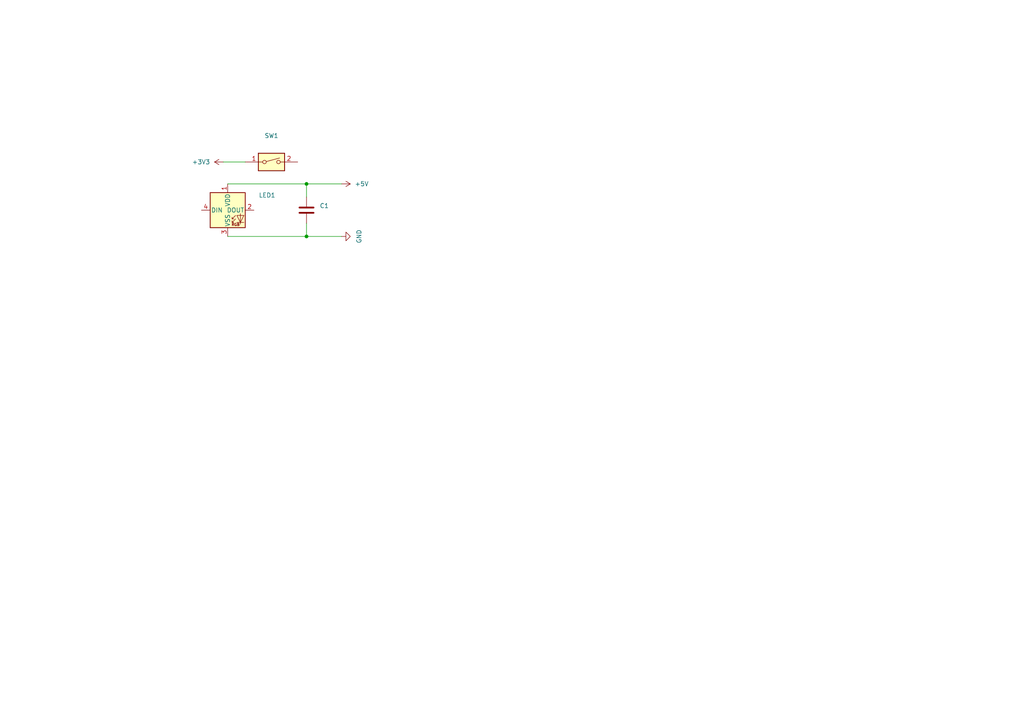
<source format=kicad_sch>
(kicad_sch (version 20211123) (generator eeschema)
  (paper "A4")
  (lib_symbols
    (symbol "Device:C" (pin_numbers hide) (pin_names (offset 0.254))
      (property "Reference" "C" (at 0.635 2.54 0))
      (property "Value" "C" (at 0.635 -2.54 0))
      (symbol "C_0_1"
        (polyline (pts (xy -2.032 -0.762) (xy 2.032 -0.762)) (stroke (width 0.508)))
        (polyline (pts (xy -2.032 0.762) (xy 2.032 0.762)) (stroke (width 0.508)))
      )
      (symbol "C_1_1"
        (pin passive line (at 0 3.81 270) (length 2.794) (name "~") (number "1"))
        (pin passive line (at 0 -3.81 90) (length 2.794) (name "~") (number "2"))
      )
    )
    (symbol "LED:WS2812B" (pin_names (offset 0.254))
      (property "Reference" "D" (at 5.08 5.715 0))
      (property "Value" "WS2812B" (at 1.27 -5.715 0))
      (symbol "WS2812B_0_0"
        (text "RGB" (at 2.286 -4.191 0) (effects (font (size 0.762 0.762))))
      )
      (symbol "WS2812B_0_1"
        (polyline (pts (xy 1.27 -3.556) (xy 1.778 -3.556)))
        (polyline (pts (xy 1.27 -2.54) (xy 1.778 -2.54)))
        (polyline (pts (xy 4.699 -3.556) (xy 2.667 -3.556)))
        (polyline (pts (xy 2.286 -2.54) (xy 1.27 -3.556) (xy 1.27 -3.048)))
        (polyline (pts (xy 2.286 -1.524) (xy 1.27 -2.54) (xy 1.27 -2.032)))
        (polyline (pts (xy 3.683 -1.016) (xy 3.683 -3.556) (xy 3.683 -4.064)))
        (polyline (pts (xy 4.699 -1.524) (xy 2.667 -1.524) (xy 3.683 -3.556) (xy 4.699 -1.524)))
        (rectangle (start 5.08 5.08) (end -5.08 -5.08) (stroke (width 0.254)) (fill (type background)))
      )
      (symbol "WS2812B_1_1"
        (pin power_in line (at 0 7.62 270) (length 2.54) (name "VDD") (number "1"))
        (pin output line (at 7.62 0 180) (length 2.54) (name "DOUT") (number "2"))
        (pin power_in line (at 0 -7.62 90) (length 2.54) (name "VSS") (number "3"))
        (pin input line (at -7.62 0 0) (length 2.54) (name "DIN") (number "4"))
      )
    )
    (symbol "Switch:SW_DIP_x01" (pin_names (offset 0) hide)
      (property "Reference" "SW" (at 0 3.81 0))
      (property "Value" "SW_DIP_x01" (at 0 -3.81 0))
      (symbol "SW_DIP_x01_0_0"
        (circle (center -2.032 0) (radius 0.508))
        (polyline (pts (xy -1.524 0.127) (xy 2.3622 1.1684)))
        (circle (center 2.032 0) (radius 0.508))
      )
      (symbol "SW_DIP_x01_0_1"
        (rectangle (start -3.81 2.54) (end 3.81 -2.54) (stroke (width 0.254)) (fill (type background)))
      )
      (symbol "SW_DIP_x01_1_1"
        (pin passive line (at -7.62 0 0) (length 5.08) (name "~") (number "1"))
        (pin passive line (at 7.62 0 180) (length 5.08) (name "~") (number "2"))
      )
    )
    (symbol "power:+3.3V" (power) (pin_names (offset 0))
      (property "Value" "+3.3V" (at 0 3.556 0))
      (symbol "+3.3V_0_1"
        (polyline (pts (xy -0.762 1.27) (xy 0 2.54)))
        (polyline (pts (xy 0 0) (xy 0 2.54)))
        (polyline (pts (xy 0 2.54) (xy 0.762 1.27)))
      )
      (symbol "+3.3V_1_1"
        (pin power_in line (at 0 0 90) (length 0) hide (name "+3V3") (number "1"))
      )
    )
    (symbol "power:+5V" (power) (pin_names (offset 0))
      (property "Value" "+5V" (at 0 3.556 0))
      (symbol "+5V_0_1"
        (polyline (pts (xy -0.762 1.27) (xy 0 2.54)))
        (polyline (pts (xy 0 0) (xy 0 2.54)))
        (polyline (pts (xy 0 2.54) (xy 0.762 1.27)))
      )
      (symbol "+5V_1_1"
        (pin power_in line (at 0 0 90) (length 0) hide (name "+5V") (number "1"))
      )
    )
    (symbol "power:GND" (power) (pin_names (offset 0))
      (property "Value" "GND" (at 0 -3.81 0))
      (symbol "GND_0_1"
        (polyline (pts (xy 0 0) (xy 0 -1.27) (xy 1.27 -1.27) (xy 0 -2.54) (xy -1.27 -1.27) (xy 0 -1.27)))
      )
      (symbol "GND_1_1"
        (pin power_in line (at 0 0 270) (length 0) hide (name "GND") (number "1"))
      )
    )
  )
  (junction (at 88.9 68.58))
  (junction (at 88.9 53.34))
  (wire (pts (xy 88.9 64.77) (xy 88.9 68.58)))
  (wire (pts (xy 88.9 68.58) (xy 66.04 68.58)))
  (wire (pts (xy 64.77 46.99) (xy 71.12 46.99)))
  (wire (pts (xy 88.9 53.34) (xy 88.9 57.15)))
  (wire (pts (xy 88.9 53.34) (xy 99.06 53.34)))
  (wire (pts (xy 66.04 53.34) (xy 88.9 53.34)))
  (wire (pts (xy 88.9 68.58) (xy 99.06 68.58)))
  (symbol (lib_id "LED:WS2812B") (at 66.04 60.96 0) (unit 1)
    (property "Reference" "LED1" (at 77.47 56.6293 0))
    (property "Datasheet" "https://cdn-shop.adafruit.com/datasheets/WS2812B.pdf" (effects hide))
  )
  (symbol (lib_id "Switch:SW_DIP_x01") (at 78.74 46.99 0) (unit 1)
    (property "Reference" "SW1" (at 78.74 39.37 0))
  )
  (symbol (lib_id "power:+5V") (at 99.06 53.34 270) (unit 1)
    (property "Reference" "#PWR?" (effects hide))
  )
  (symbol (lib_id "Device:C") (at 88.9 60.96 0) (unit 1)
    (property "Reference" "C1" (at 92.71 59.6899 0) (effects (justify left)))
  )
  (symbol (lib_id "power:GND") (at 99.06 68.58 90) (unit 1)
    (property "Reference" "#PWR?" (effects hide))
  )
  (symbol (lib_id "power:+3.3V") (at 64.77 46.99 90) (unit 1)
    (property "Reference" "#PWR?" (effects hide))
  )
)
</source>
